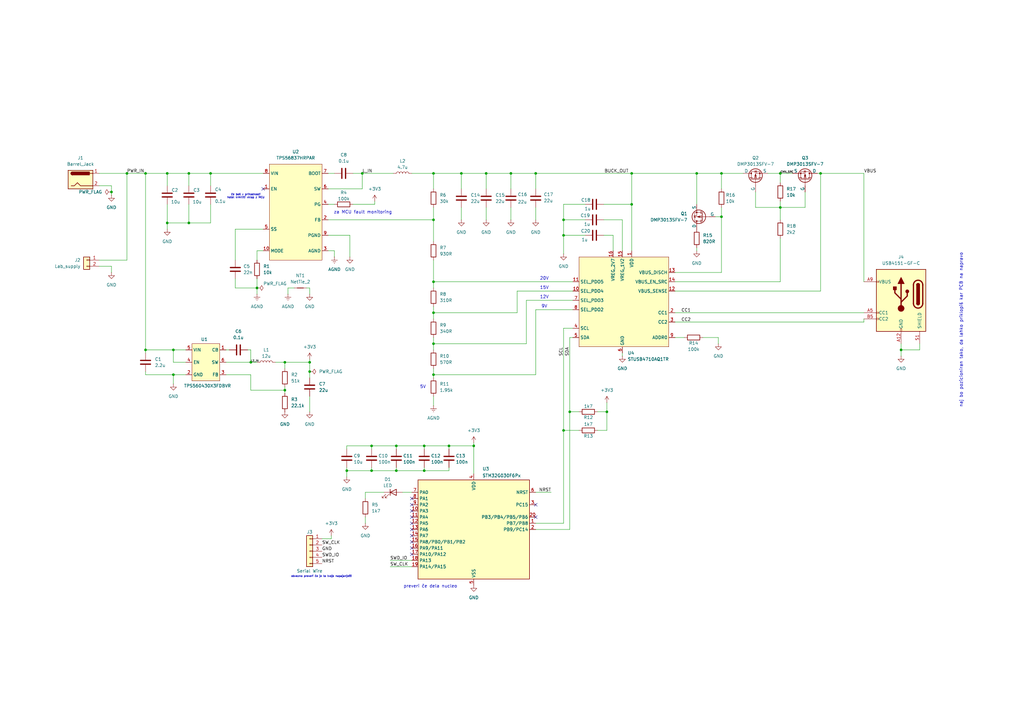
<source format=kicad_sch>
(kicad_sch (version 20250114) (generator "eeschema") (generator_version "9.0")
  (paper "A3")
  (lib_symbols
    (symbol "Connector:Barrel_Jack" (pin_names (offset 1.016))
      (property "Reference" "J" (at 0 5.334 0))
      (property "Value" "Barrel_Jack" (at 0 -5.08 0))
      (symbol "Barrel_Jack_1_1"
        (pin passive line (at 7.62 2.54 180) (length 2.54) (name "~") (number "1"))
        (pin passive line (at 7.62 -2.54 180) (length 2.54) (name "~") (number "2"))
      )
    )
    (symbol "Connector:USB_C_Receptacle_PowerOnly_6P" (pin_names (offset 1.016))
      (property "Reference" "J4" (at 0 17.78 0))
      (property "Value" "USB_C_Receptacle_PowerOnly_6P" (at 0 15.24 0))
      (symbol "USB_C_Receptacle_PowerOnly_6P_1_1"
        (pin passive line (at -7.62 -17.78 90) (length 5.08) (name "SHIELD") (number "S1"))
        (pin input line (at 0 -17.78 90) (length 5.08) (hide yes) (name "GND") (number "A1"))
        (pin passive line (at 0 -17.78 90) (length 5.08) (name "GND") (number "A12"))
        (pin input line (at 0 -17.78 90) (length 5.08) (hide yes) (name "GND") (number "B1"))
        (pin passive line (at 0 -17.78 90) (length 5.08) (hide yes) (name "GND") (number "B12"))
        (pin input line (at 15.24 7.62 180) (length 5.08) (hide yes) (name "VBUS") (number "A4"))
        (pin passive line (at 15.24 7.62 180) (length 5.08) (name "VBUS") (number "A9"))
        (pin input line (at 15.24 7.62 180) (length 5.08) (hide yes) (name "VBUS") (number "B4"))
        (pin passive line (at 15.24 7.62 180) (length 5.08) (hide yes) (name "VBUS") (number "B9"))
        (pin bidirectional line (at 15.24 -5.08 180) (length 5.08) (name "CC1") (number "A5"))
        (pin bidirectional line (at 15.24 -7.62 180) (length 5.08) (name "CC2") (number "B5"))
      )
    )
    (symbol "Connector_Generic:Conn_01x02" (pin_names (offset 1.016) (hide yes))
      (property "Reference" "J" (at 0 2.54 0))
      (property "Value" "Conn_01x02" (at 0 -5.08 0))
      (symbol "Conn_01x02_1_1"
        (pin passive line (at -5.08 0 0) (length 3.81) (name "Pin_1") (number "1"))
        (pin passive line (at -5.08 -2.54 0) (length 3.81) (name "Pin_2") (number "2"))
      )
    )
    (symbol "Connector_Generic:Conn_01x05" (pin_names (offset 1.016) (hide yes))
      (property "Reference" "J" (at 0 7.62 0))
      (property "Value" "Conn_01x05" (at 0 -7.62 0))
      (symbol "Conn_01x05_1_1"
        (pin passive line (at -5.08 5.08 0) (length 3.81) (name "Pin_1") (number "1"))
        (pin passive line (at -5.08 2.54 0) (length 3.81) (name "Pin_2") (number "2"))
        (pin passive line (at -5.08 0 0) (length 3.81) (name "Pin_3") (number "3"))
        (pin passive line (at -5.08 -2.54 0) (length 3.81) (name "Pin_4") (number "4"))
        (pin passive line (at -5.08 -5.08 0) (length 3.81) (name "Pin_5") (number "5"))
      )
    )
    (symbol "Device:C" (pin_numbers (hide yes)) (pin_names (offset 0.254))
      (property "Reference" "C" (at 0.635 2.54 0))
      (property "Value" "C" (at 0.635 -2.54 0))
      (symbol "C_1_1"
        (pin passive line (at 0 3.81 270) (length 2.794) (name "~") (number "1"))
        (pin passive line (at 0 -3.81 90) (length 2.794) (name "~") (number "2"))
      )
    )
    (symbol "Device:L" (pin_numbers (hide yes)) (pin_names (offset 1.016) (hide yes))
      (property "Reference" "L" (at -1.27 0 90))
      (property "Value" "L" (at 1.905 0 90))
      (symbol "L_1_1"
        (pin passive line (at 0 3.81 270) (length 1.27) (name "1") (number "1"))
        (pin passive line (at 0 -3.81 90) (length 1.27) (name "2") (number "2"))
      )
    )
    (symbol "Device:LED" (pin_numbers (hide yes)) (pin_names (offset 1.016) (hide yes))
      (property "Reference" "D" (at 0 2.54 0))
      (property "Value" "LED" (at 0 -2.54 0))
      (symbol "LED_1_1"
        (pin passive line (at -3.81 0 0) (length 2.54) (name "K") (number "1"))
        (pin passive line (at 3.81 0 180) (length 2.54) (name "A") (number "2"))
      )
    )
    (symbol "Device:NetTie_2" (pin_numbers (hide yes)) (pin_names (offset 0) (hide yes)) (in_bom no)
      (property "Reference" "NT" (at 0 1.27 0))
      (property "Value" "NetTie_2" (at 0 -1.27 0))
      (symbol "NetTie_2_1_1"
        (pin passive line (at -2.54 0 0) (length 2.54) (name "1") (number "1"))
        (pin passive line (at 2.54 0 180) (length 2.54) (name "2") (number "2"))
      )
    )
    (symbol "Device:R" (pin_numbers (hide yes)) (pin_names (offset 0))
      (property "Reference" "R" (at 2.032 0 90))
      (property "Value" "R" (at 0 0 90))
      (symbol "R_1_1"
        (pin passive line (at 0 3.81 270) (length 1.27) (name "~") (number "1"))
        (pin passive line (at 0 -3.81 90) (length 1.27) (name "~") (number "2"))
      )
    )
    (symbol "MCU_ST_STM32G0:STM32G030F6Px"
      (property "Reference" "U" (at -22.86 21.59 0))
      (property "Value" "STM32G030F6Px" (at 2.54 21.59 0))
      (symbol "STM32G030F6Px_1_1"
        (pin input line (at -25.4 15.24 0) (length 2.54) (name "NRST") (number "6"))
        (pin bidirectional line (at -25.4 10.16 0) (length 2.54) (name "PC15") (number "3"))
        (pin bidirectional line (at -25.4 5.08 0) (length 2.54) (name "PB3/PB4/PB5/PB6") (number "20"))
        (pin bidirectional line (at -25.4 2.54 0) (length 2.54) (name "PB7/PB8") (number "1"))
        (pin bidirectional line (at -25.4 0 0) (length 2.54) (name "PB9/PC14") (number "2"))
        (pin power_in line (at 0 22.86 270) (length 2.54) (name "VDD") (number "4"))
        (pin power_in line (at 0 -22.86 90) (length 2.54) (name "VSS") (number "5"))
        (pin bidirectional line (at 25.4 15.24 180) (length 2.54) (name "PA0") (number "7"))
        (pin bidirectional line (at 25.4 12.7 180) (length 2.54) (name "PA1") (number "8"))
        (pin bidirectional line (at 25.4 10.16 180) (length 2.54) (name "PA2") (number "9"))
        (pin bidirectional line (at 25.4 7.62 180) (length 2.54) (name "PA3") (number "10"))
        (pin bidirectional line (at 25.4 5.08 180) (length 2.54) (name "PA4") (number "11"))
        (pin bidirectional line (at 25.4 2.54 180) (length 2.54) (name "PA5") (number "12"))
        (pin bidirectional line (at 25.4 0 180) (length 2.54) (name "PA6") (number "13"))
        (pin bidirectional line (at 25.4 -2.54 180) (length 2.54) (name "PA7") (number "14"))
        (pin bidirectional line (at 25.4 -5.08 180) (length 2.54) (name "PA8/PB0/PB1/PB2") (number "15"))
        (pin bidirectional line (at 25.4 -7.62 180) (length 2.54) (name "PA9/PA11") (number "16"))
        (pin bidirectional line (at 25.4 -10.16 180) (length 2.54) (name "PA10/PA12") (number "17"))
        (pin bidirectional line (at 25.4 -12.7 180) (length 2.54) (name "PA13") (number "18"))
        (pin bidirectional line (at 25.4 -15.24 180) (length 2.54) (name "PA14/PA15") (number "19"))
      )
    )
    (symbol "PMOS_1" (pin_numbers (hide yes)) (pin_names (offset 0))
      (property "Reference" "Q1" (at 6.35 -1.2701 0))
      (property "Value" "DMP3013SFV-7" (at 6.35 1.2699 0))
      (symbol "PMOS_1_1_1"
        (pin input line (at -5.08 0 0) (length 2.54) (name "G") (number "4"))
        (pin passive line (at 2.54 5.08 270) (length 2.54) (name "D") (number "5"))
        (pin passive line (at 2.54 -5.08 90) (length 2.54) (hide yes) (name "S") (number "1"))
        (pin passive line (at 2.54 -5.08 90) (length 2.54) (hide yes) (name "S") (number "2"))
        (pin passive line (at 2.54 -5.08 90) (length 2.54) (name "S") (number "3"))
      )
    )
    (symbol "STUSB4710AQ1TR :STUSB4710AQ1TR_"
      (property "Reference" "U" (at 31.75 7.112 0))
      (property "Value" "STUSB4710AQ1TR" (at 0 0 0))
      (symbol "STUSB4710AQ1TR__0_0"
        (pin passive line (at -5.08 -5.08 0) (length 2.54) (name "SEL_PDO5") (number "11"))
        (pin passive line (at -5.08 -8.89 0) (length 2.54) (name "SEL_PDO4") (number "10"))
        (pin passive line (at -5.08 -12.7 0) (length 2.54) (name "SEL_PDO3") (number "7"))
        (pin passive line (at -5.08 -16.51 0) (length 2.54) (name "SEL_PDO2") (number "8"))
        (pin passive line (at -5.08 -24.13 0) (length 2.54) (name "SCL") (number "4"))
        (pin passive line (at -5.08 -27.94 0) (length 2.54) (name "SDA") (number "5"))
        (pin passive line (at 11.43 7.62 270) (length 2.54) (name "VREG_2V7") (number "16"))
        (pin passive line (at 15.24 7.62 270) (length 2.54) (name "VREG_1V2") (number "15"))
        (pin passive line (at 15.24 -34.29 90) (length 2.54) (name "GND") (number "6"))
        (pin passive line (at 19.05 7.62 270) (length 2.54) (name "VDD") (number "1"))
        (pin passive line (at 36.83 -1.27 180) (length 2.54) (name "VBUS_DISCH") (number "13"))
        (pin passive line (at 36.83 -5.08 180) (length 2.54) (name "VBUS_EN_SRC") (number "14"))
        (pin passive line (at 36.83 -8.89 180) (length 2.54) (name "VBUS_SENSE") (number "12"))
        (pin passive line (at 36.83 -17.78 180) (length 2.54) (name "CC1") (number "2"))
        (pin passive line (at 36.83 -21.59 180) (length 2.54) (name "CC2") (number "3"))
        (pin passive line (at 36.83 -27.94 180) (length 2.54) (name "ADDR0") (number "9"))
      )
    )
    (symbol "TPS56043:TPS560430X3FDBVR"
      (property "Reference" "U" (at 4.572 9.398 0))
      (property "Value" "TPS560430X3FDBVR" (at 1.27 -11.938 0))
      (symbol "TPS560430X3FDBVR_1_1"
        (pin passive line (at -7.62 5.08 0) (length 2.54) (name "VIN") (number "5"))
        (pin passive line (at -7.62 0 0) (length 2.54) (name "EN") (number "4"))
        (pin passive line (at -7.62 -5.08 0) (length 2.54) (name "GND") (number "2"))
        (pin passive line (at 8.89 5.08 180) (length 2.54) (name "CB") (number "1"))
        (pin passive line (at 8.89 0 180) (length 2.54) (name "SW") (number "6"))
        (pin passive line (at 8.89 -5.08 180) (length 2.54) (name "FB") (number "3"))
      )
    )
    (symbol "TPS56837RPAR:TPS56837RPAR"
      (property "Reference" "U" (at 7.62 2.032 0))
      (property "Value" "TPS56837RPAR" (at 3.048 -41.148 0))
      (symbol "TPS56837RPAR_0_0"
        (pin passive line (at -13.97 -3.81 0) (length 2.54) (name "VIN") (number "8"))
        (pin passive line (at -13.97 -10.16 0) (length 2.54) (name "EN") (number "1"))
        (pin passive line (at -13.97 -26.67 0) (length 2.54) (name "SS") (number "5"))
        (pin passive line (at -13.97 -35.56 0) (length 2.54) (name "MODE") (number "10"))
        (pin passive line (at 12.7 -3.81 180) (length 2.54) (name "BOOT") (number "7"))
        (pin passive line (at 12.7 -10.16 180) (length 2.54) (name "SW") (number "6"))
        (pin passive line (at 12.7 -16.51 180) (length 2.54) (name "PG") (number "4"))
        (pin passive line (at 12.7 -22.86 180) (length 2.54) (name "FB") (number "2"))
        (pin passive line (at 12.7 -29.21 180) (length 2.54) (name "PGND") (number "9"))
        (pin passive line (at 12.7 -35.56 180) (length 2.54) (name "AGND") (number "3"))
      )
    )
    (symbol "power:+3V3" (power) (pin_numbers (hide yes)) (pin_names (offset 0) (hide yes))
      (property "Value" "+3V3" (at 0 3.556 0))
      (symbol "+3V3_1_1"
        (pin power_in line (at 0 0 90) (length 0) (name "~") (number "1"))
      )
    )
    (symbol "power:Earth" (power) (pin_numbers (hide yes)) (pin_names (offset 0) (hide yes))
      (property "Value" "Earth" (at 0 -3.81 0))
      (symbol "Earth_1_1"
        (pin power_in line (at 0 0 270) (length 0) (name "~") (number "1"))
      )
    )
    (symbol "power:GND" (power) (pin_numbers (hide yes)) (pin_names (offset 0) (hide yes))
      (property "Value" "GND" (at 0 -3.81 0))
      (symbol "GND_1_1"
        (pin power_in line (at 0 0 270) (length 0) (name "~") (number "1"))
      )
    )
    (symbol "power:PWR_FLAG" (power) (pin_numbers (hide yes)) (pin_names (offset 0) (hide yes))
      (property "Value" "PWR_FLAG" (at 0 3.81 0))
      (symbol "PWR_FLAG_0_0"
        (pin power_out line (at 0 0 90) (length 0) (name "~") (number "1"))
      )
    )
  )
  (text "15V" (at 223.266 118.11 0) (effects (font (size 1.27 1.27))))
  (text "preveri če dela nucleo" (at 176.53 240.538 0) (effects (font (size 1.27 1.27))))
  (text "5V" (at 173.482 158.75 0) (effects (font (size 1.27 1.27))))
  (text "12V" (at 223.266 121.92 0) (effects (font (size 1.27 1.27))))
  (text "za MCU fault monitoring" (at 148.844 87.122 0) (effects (font (size 1.27 1.27))))
  (text "naj bo pozicioniran tako, da lahko priklopiš kar PCB na napravo\n" (at 394.208 135.382 90) (effects (font (size 1.27 1.27))))
  (text "20V" (at 223.266 114.3 0) (effects (font (size 1.27 1.27))))
  (text "če boš v prihodnosti\nhotel krmiliti vklop z MCU" (at 100.838 80.518 0) (effects (font (size 0.762 0.762))))
  (text "obvezno preveri če je to tvoje napajanje!!!\n" (at 131.826 236.474 0) (effects (font (size 0.762 0.762))))
  (text "9V" (at 223.266 125.73 0) (effects (font (size 1.27 1.27))))
  (junction (at 369.57 143.51))
  (junction (at 189.23 71.12))
  (junction (at 320.04 85.09))
  (junction (at 259.08 83.82))
  (junction (at 45.72 78.74))
  (junction (at 231.14 96.52))
  (junction (at 194.31 182.88))
  (junction (at 152.4 182.88))
  (junction (at 173.99 193.04))
  (junction (at 71.12 153.67))
  (junction (at 177.8 153.67))
  (junction (at 52.07 71.12))
  (junction (at 77.47 71.12))
  (junction (at 152.4 193.04))
  (junction (at 177.8 140.97))
  (junction (at 102.87 148.59))
  (junction (at 336.55 71.12))
  (junction (at 148.59 71.12))
  (junction (at 231.14 90.17))
  (junction (at 285.75 71.12))
  (junction (at 77.47 91.44))
  (junction (at 320.04 71.12))
  (junction (at 116.84 160.02))
  (junction (at 231.14 176.53))
  (junction (at 68.58 71.12))
  (junction (at 184.15 182.88))
  (junction (at 177.8 115.57))
  (junction (at 177.8 90.17))
  (junction (at 59.69 71.12))
  (junction (at 127 148.59))
  (junction (at 295.91 88.9))
  (junction (at 116.84 148.59))
  (junction (at 219.71 71.12))
  (junction (at 162.56 182.88))
  (junction (at 199.39 71.12))
  (junction (at 233.68 168.91))
  (junction (at 209.55 71.12))
  (junction (at 248.92 168.91))
  (junction (at 177.8 128.27))
  (junction (at 86.36 71.12))
  (junction (at 105.41 118.11))
  (junction (at 177.8 71.12))
  (junction (at 71.12 143.51))
  (junction (at 127 152.4))
  (junction (at 162.56 193.04))
  (junction (at 142.24 193.04))
  (junction (at 259.08 71.12))
  (junction (at 173.99 182.88))
  (junction (at 68.58 91.44))
  (junction (at 295.91 71.12))
  (junction (at 59.69 143.51))
  (no_connect (at 168.91 222.25))
  (no_connect (at 168.91 227.33))
  (no_connect (at 219.71 207.01))
  (no_connect (at 168.91 224.79))
  (no_connect (at 168.91 214.63))
  (no_connect (at 168.91 219.71))
  (no_connect (at 168.91 207.01))
  (no_connect (at 168.91 217.17))
  (no_connect (at 168.91 212.09))
  (no_connect (at 219.71 212.09))
  (no_connect (at 168.91 209.55))
  (no_connect (at 168.91 204.47))
  (no_connect (at 107.95 77.47))
  (wire (pts (xy 314.96 71.12) (xy 320.04 71.12)))
  (wire (pts (xy 255.27 90.17) (xy 255.27 102.87)))
  (wire (pts (xy 134.62 71.12) (xy 137.16 71.12)))
  (wire (pts (xy 152.4 191.77) (xy 152.4 193.04)))
  (wire (pts (xy 173.99 193.04) (xy 184.15 193.04)))
  (wire (pts (xy 152.4 182.88) (xy 162.56 182.88)))
  (wire (pts (xy 231.14 134.62) (xy 234.95 134.62)))
  (wire (pts (xy 247.65 96.52) (xy 251.46 96.52)))
  (wire (pts (xy 320.04 71.12) (xy 325.12 71.12)))
  (wire (pts (xy 247.65 83.82) (xy 259.08 83.82)))
  (wire (pts (xy 125.73 118.11) (xy 127 118.11)))
  (wire (pts (xy 234.95 127) (xy 219.71 127)))
  (wire (pts (xy 219.71 153.67) (xy 177.8 153.67)))
  (wire (pts (xy 173.99 191.77) (xy 173.99 193.04)))
  (wire (pts (xy 102.87 143.51) (xy 101.6 143.51)))
  (wire (pts (xy 231.14 83.82) (xy 231.14 90.17)))
  (wire (pts (xy 177.8 162.56) (xy 177.8 166.37)))
  (wire (pts (xy 127 118.11) (xy 127 120.65)))
  (wire (pts (xy 96.52 93.98) (xy 96.52 106.68)))
  (wire (pts (xy 148.59 77.47) (xy 148.59 71.12)))
  (wire (pts (xy 71.12 153.67) (xy 71.12 157.48)))
  (wire (pts (xy 116.84 151.13) (xy 116.84 148.59)))
  (wire (pts (xy 199.39 71.12) (xy 209.55 71.12)))
  (wire (pts (xy 336.55 71.12) (xy 335.28 71.12)))
  (wire (pts (xy 184.15 182.88) (xy 194.31 182.88)))
  (wire (pts (xy 320.04 85.09) (xy 330.2 85.09)))
  (wire (pts (xy 144.78 83.82) (xy 153.67 83.82)))
  (wire (pts (xy 354.33 130.81) (xy 354.33 132.08)))
  (wire (pts (xy 233.68 138.43) (xy 233.68 168.91)))
  (wire (pts (xy 144.78 71.12) (xy 148.59 71.12)))
  (wire (pts (xy 199.39 77.47) (xy 199.39 71.12)))
  (wire (pts (xy 113.03 148.59) (xy 116.84 148.59)))
  (wire (pts (xy 259.08 83.82) (xy 259.08 102.87)))
  (wire (pts (xy 209.55 90.17) (xy 209.55 85.09)))
  (wire (pts (xy 369.57 143.51) (xy 369.57 140.97)))
  (wire (pts (xy 59.69 153.67) (xy 59.69 152.4)))
  (wire (pts (xy 184.15 191.77) (xy 184.15 193.04)))
  (wire (pts (xy 118.11 120.65) (xy 118.11 118.11)))
  (wire (pts (xy 102.87 160.02) (xy 102.87 153.67)))
  (wire (pts (xy 59.69 71.12) (xy 59.69 143.51)))
  (wire (pts (xy 148.59 71.12) (xy 161.29 71.12)))
  (wire (pts (xy 294.64 140.97) (xy 294.64 138.43)))
  (wire (pts (xy 330.2 85.09) (xy 330.2 78.74)))
  (wire (pts (xy 276.86 115.57) (xy 320.04 115.57)))
  (wire (pts (xy 276.86 128.27) (xy 354.33 128.27)))
  (wire (pts (xy 52.07 106.68) (xy 52.07 71.12)))
  (wire (pts (xy 105.41 118.11) (xy 105.41 120.65)))
  (wire (pts (xy 45.72 78.74) (xy 45.72 76.2)))
  (wire (pts (xy 285.75 101.6) (xy 285.75 102.87)))
  (wire (pts (xy 134.62 102.87) (xy 137.16 102.87)))
  (wire (pts (xy 96.52 114.3) (xy 96.52 118.11)))
  (wire (pts (xy 137.16 102.87) (xy 137.16 105.41)))
  (wire (pts (xy 59.69 71.12) (xy 68.58 71.12)))
  (wire (pts (xy 93.98 143.51) (xy 92.71 143.51)))
  (wire (pts (xy 251.46 96.52) (xy 251.46 102.87)))
  (wire (pts (xy 102.87 160.02) (xy 116.84 160.02)))
  (wire (pts (xy 127 147.32) (xy 127 148.59)))
  (wire (pts (xy 76.2 143.51) (xy 71.12 143.51)))
  (wire (pts (xy 68.58 76.2) (xy 68.58 71.12)))
  (wire (pts (xy 142.24 184.15) (xy 142.24 182.88)))
  (wire (pts (xy 142.24 193.04) (xy 142.24 195.58)))
  (wire (pts (xy 177.8 140.97) (xy 177.8 143.51)))
  (wire (pts (xy 255.27 146.05) (xy 255.27 144.78)))
  (wire (pts (xy 369.57 146.05) (xy 369.57 143.51)))
  (wire (pts (xy 336.55 119.38) (xy 336.55 71.12)))
  (wire (pts (xy 184.15 184.15) (xy 184.15 182.88)))
  (wire (pts (xy 293.37 88.9) (xy 295.91 88.9)))
  (wire (pts (xy 68.58 91.44) (xy 77.47 91.44)))
  (wire (pts (xy 162.56 182.88) (xy 162.56 184.15)))
  (wire (pts (xy 231.14 176.53) (xy 237.49 176.53)))
  (wire (pts (xy 231.14 176.53) (xy 231.14 214.63)))
  (wire (pts (xy 116.84 158.75) (xy 116.84 160.02)))
  (wire (pts (xy 71.12 143.51) (xy 59.69 143.51)))
  (wire (pts (xy 189.23 71.12) (xy 189.23 77.47)))
  (wire (pts (xy 194.31 182.88) (xy 194.31 194.31)))
  (wire (pts (xy 177.8 90.17) (xy 177.8 99.06)))
  (wire (pts (xy 248.92 176.53) (xy 248.92 168.91)))
  (wire (pts (xy 40.64 106.68) (xy 52.07 106.68)))
  (wire (pts (xy 233.68 168.91) (xy 233.68 217.17)))
  (wire (pts (xy 199.39 90.17) (xy 199.39 85.09)))
  (wire (pts (xy 276.86 119.38) (xy 336.55 119.38)))
  (wire (pts (xy 142.24 193.04) (xy 152.4 193.04)))
  (wire (pts (xy 231.14 96.52) (xy 231.14 104.14)))
  (wire (pts (xy 219.71 71.12) (xy 259.08 71.12)))
  (wire (pts (xy 215.9 123.19) (xy 215.9 140.97)))
  (wire (pts (xy 219.71 71.12) (xy 219.71 77.47)))
  (wire (pts (xy 295.91 71.12) (xy 304.8 71.12)))
  (wire (pts (xy 135.89 219.71) (xy 135.89 220.98)))
  (wire (pts (xy 177.8 71.12) (xy 177.8 77.47)))
  (wire (pts (xy 102.87 143.51) (xy 102.87 148.59)))
  (wire (pts (xy 231.14 134.62) (xy 231.14 176.53)))
  (wire (pts (xy 59.69 153.67) (xy 71.12 153.67)))
  (wire (pts (xy 68.58 83.82) (xy 68.58 91.44)))
  (wire (pts (xy 377.19 140.97) (xy 377.19 143.51)))
  (wire (pts (xy 177.8 138.43) (xy 177.8 140.97)))
  (wire (pts (xy 142.24 182.88) (xy 152.4 182.88)))
  (wire (pts (xy 219.71 90.17) (xy 219.71 85.09)))
  (wire (pts (xy 177.8 128.27) (xy 177.8 130.81)))
  (wire (pts (xy 92.71 148.59) (xy 102.87 148.59)))
  (wire (pts (xy 45.72 80.01) (xy 45.72 78.74)))
  (wire (pts (xy 276.86 132.08) (xy 354.33 132.08)))
  (wire (pts (xy 377.19 143.51) (xy 369.57 143.51)))
  (wire (pts (xy 45.72 109.22) (xy 45.72 111.76)))
  (wire (pts (xy 259.08 71.12) (xy 259.08 83.82)))
  (wire (pts (xy 165.1 201.93) (xy 168.91 201.93)))
  (wire (pts (xy 295.91 85.09) (xy 295.91 88.9)))
  (wire (pts (xy 160.02 232.41) (xy 168.91 232.41)))
  (wire (pts (xy 212.09 119.38) (xy 212.09 128.27)))
  (wire (pts (xy 152.4 182.88) (xy 152.4 184.15)))
  (wire (pts (xy 142.24 191.77) (xy 142.24 193.04)))
  (wire (pts (xy 194.31 181.61) (xy 194.31 182.88)))
  (wire (pts (xy 354.33 115.57) (xy 354.33 71.12)))
  (wire (pts (xy 127 168.91) (xy 127 162.56)))
  (wire (pts (xy 76.2 148.59) (xy 71.12 148.59)))
  (wire (pts (xy 127 148.59) (xy 127 152.4)))
  (wire (pts (xy 285.75 71.12) (xy 295.91 71.12)))
  (wire (pts (xy 177.8 125.73) (xy 177.8 128.27)))
  (wire (pts (xy 233.68 217.17) (xy 219.71 217.17)))
  (wire (pts (xy 309.88 85.09) (xy 320.04 85.09)))
  (wire (pts (xy 149.86 212.09) (xy 149.86 214.63)))
  (wire (pts (xy 189.23 71.12) (xy 199.39 71.12)))
  (wire (pts (xy 240.03 96.52) (xy 231.14 96.52)))
  (wire (pts (xy 354.33 71.12) (xy 336.55 71.12)))
  (wire (pts (xy 233.68 168.91) (xy 237.49 168.91)))
  (wire (pts (xy 77.47 71.12) (xy 77.47 76.2)))
  (wire (pts (xy 320.04 115.57) (xy 320.04 97.79)))
  (wire (pts (xy 157.48 201.93) (xy 149.86 201.93)))
  (wire (pts (xy 116.84 160.02) (xy 116.84 161.29)))
  (wire (pts (xy 320.04 74.93) (xy 320.04 71.12)))
  (wire (pts (xy 105.41 102.87) (xy 107.95 102.87)))
  (wire (pts (xy 233.68 138.43) (xy 234.95 138.43)))
  (wire (pts (xy 294.64 138.43) (xy 288.29 138.43)))
  (wire (pts (xy 116.84 148.59) (xy 127 148.59)))
  (wire (pts (xy 295.91 111.76) (xy 276.86 111.76)))
  (wire (pts (xy 177.8 85.09) (xy 177.8 90.17)))
  (wire (pts (xy 68.58 71.12) (xy 77.47 71.12)))
  (wire (pts (xy 59.69 143.51) (xy 59.69 144.78)))
  (wire (pts (xy 86.36 71.12) (xy 107.95 71.12)))
  (wire (pts (xy 162.56 182.88) (xy 173.99 182.88)))
  (wire (pts (xy 162.56 191.77) (xy 162.56 193.04)))
  (wire (pts (xy 295.91 77.47) (xy 295.91 71.12)))
  (wire (pts (xy 285.75 71.12) (xy 259.08 71.12)))
  (wire (pts (xy 76.2 153.67) (xy 71.12 153.67)))
  (wire (pts (xy 189.23 71.12) (xy 177.8 71.12)))
  (wire (pts (xy 143.51 105.41) (xy 143.51 96.52)))
  (wire (pts (xy 77.47 91.44) (xy 86.36 91.44)))
  (wire (pts (xy 177.8 115.57) (xy 234.95 115.57)))
  (wire (pts (xy 231.14 214.63) (xy 219.71 214.63)))
  (wire (pts (xy 245.11 168.91) (xy 248.92 168.91)))
  (wire (pts (xy 234.95 119.38) (xy 212.09 119.38)))
  (wire (pts (xy 234.95 123.19) (xy 215.9 123.19)))
  (wire (pts (xy 209.55 71.12) (xy 219.71 71.12)))
  (wire (pts (xy 40.64 109.22) (xy 45.72 109.22)))
  (wire (pts (xy 309.88 78.74) (xy 309.88 85.09)))
  (wire (pts (xy 149.86 201.93) (xy 149.86 204.47)))
  (wire (pts (xy 160.02 229.87) (xy 168.91 229.87)))
  (wire (pts (xy 162.56 193.04) (xy 173.99 193.04)))
  (wire (pts (xy 105.41 114.3) (xy 105.41 118.11)))
  (wire (pts (xy 134.62 77.47) (xy 148.59 77.47)))
  (wire (pts (xy 77.47 71.12) (xy 86.36 71.12)))
  (wire (pts (xy 285.75 71.12) (xy 285.75 83.82)))
  (wire (pts (xy 135.89 220.98) (xy 132.08 220.98)))
  (wire (pts (xy 247.65 90.17) (xy 255.27 90.17)))
  (wire (pts (xy 77.47 83.82) (xy 77.47 91.44)))
  (wire (pts (xy 96.52 93.98) (xy 107.95 93.98)))
  (wire (pts (xy 153.67 82.55) (xy 153.67 83.82)))
  (wire (pts (xy 105.41 118.11) (xy 96.52 118.11)))
  (wire (pts (xy 134.62 83.82) (xy 137.16 83.82)))
  (wire (pts (xy 127 152.4) (xy 127 154.94)))
  (wire (pts (xy 102.87 153.67) (xy 92.71 153.67)))
  (wire (pts (xy 134.62 90.17) (xy 177.8 90.17)))
  (wire (pts (xy 45.72 76.2) (xy 40.64 76.2)))
  (wire (pts (xy 102.87 148.59) (xy 105.41 148.59)))
  (wire (pts (xy 248.92 165.1) (xy 248.92 168.91)))
  (wire (pts (xy 68.58 93.98) (xy 68.58 91.44)))
  (wire (pts (xy 295.91 88.9) (xy 295.91 111.76)))
  (wire (pts (xy 320.04 90.17) (xy 320.04 85.09)))
  (wire (pts (xy 177.8 115.57) (xy 177.8 118.11)))
  (wire (pts (xy 215.9 140.97) (xy 177.8 140.97)))
  (wire (pts (xy 173.99 182.88) (xy 184.15 182.88)))
  (wire (pts (xy 105.41 102.87) (xy 105.41 106.68)))
  (wire (pts (xy 52.07 71.12) (xy 59.69 71.12)))
  (wire (pts (xy 143.51 96.52) (xy 134.62 96.52)))
  (wire (pts (xy 209.55 71.12) (xy 209.55 77.47)))
  (wire (pts (xy 177.8 151.13) (xy 177.8 153.67)))
  (wire (pts (xy 168.91 71.12) (xy 177.8 71.12)))
  (wire (pts (xy 240.03 83.82) (xy 231.14 83.82)))
  (wire (pts (xy 212.09 128.27) (xy 177.8 128.27)))
  (wire (pts (xy 245.11 176.53) (xy 248.92 176.53)))
  (wire (pts (xy 231.14 90.17) (xy 231.14 96.52)))
  (wire (pts (xy 320.04 82.55) (xy 320.04 85.09)))
  (wire (pts (xy 118.11 118.11) (xy 120.65 118.11)))
  (wire (pts (xy 40.64 71.12) (xy 52.07 71.12)))
  (wire (pts (xy 280.67 138.43) (xy 276.86 138.43)))
  (wire (pts (xy 177.8 106.68) (xy 177.8 115.57)))
  (wire (pts (xy 177.8 153.67) (xy 177.8 154.94)))
  (wire (pts (xy 189.23 90.17) (xy 189.23 85.09)))
  (wire (pts (xy 231.14 90.17) (xy 240.03 90.17)))
  (wire (pts (xy 86.36 91.44) (xy 86.36 83.82)))
  (wire (pts (xy 71.12 148.59) (xy 71.12 143.51)))
  (wire (pts (xy 219.71 127) (xy 219.71 153.67)))
  (wire (pts (xy 152.4 193.04) (xy 162.56 193.04)))
  (wire (pts (xy 219.71 201.93) (xy 226.06 201.93)))
  (wire (pts (xy 173.99 182.88) (xy 173.99 184.15)))
  (wire (pts (xy 86.36 71.12) (xy 86.36 76.2)))
  (label "PWR_IN" (at 52.07 71.12 0))
  (label "L2_IN" (at 102.87 148.59 0) (effects (font (size 0.762 0.762))))
  (label "SCL" (at 231.14 146.05 90))
  (label "VBUS" (at 354.33 71.12 0))
  (label "BUCK_OUT" (at 257.81 71.12 180))
  (label "SWD_IO" (at 132.08 228.6 0))
  (label "NRST" (at 132.08 231.14 0))
  (label "SW_CLK" (at 160.02 232.41 0))
  (label "SWD_IO" (at 160.02 229.87 0))
  (label "GND" (at 132.08 226.06 0))
  (label "CC2" (at 279.4 132.08 0))
  (label "L_IN" (at 148.59 71.12 0))
  (label "NRST" (at 226.06 201.93 180))
  (label "SDA" (at 233.68 146.05 90))
  (label "CMN_SRC" (at 320.04 71.12 0) (effects (font (size 0.762 0.762))))
  (label "CC1" (at 279.4 128.27 0))
  (label "SW_CLK" (at 132.08 223.52 0))
  (symbol (lib_id "power:+3V3") (at 127 147.32 0) (unit 1)
    (property "Reference" "#PWR09" (effects (hide yes)))
    (property "Value" "+3V3" (at 127 142.24 0))
    (property "Description" "Power symbol creates a global label with name \"+3V3\"" (effects (hide yes)))
  )
  (symbol (lib_id "power:GND") (at 219.71 90.17 0) (unit 1)
    (property "Reference" "#PWR023" (effects (hide yes)))
    (property "Value" "GND" (at 219.71 95.25 0))
    (property "Description" "Power symbol creates a global label with name \"GND\" , ground" (effects (hide yes)))
  )
  (symbol (lib_id "TPS56837RPAR:TPS56837RPAR") (at 121.92 67.31 0) (unit 1)
    (property "Reference" "U2" (at 121.285 62.23 0))
    (property "Value" "TPS56837HRPAR" (at 121.285 64.77 0))
    (property "Footprint" "footprints:TPS56A37RPAR" (effects (hide yes)))
    (property "Datasheet" "https://www.ti.com/lit/ds/symlink/tps56837h.pdf?ts=1746769281785&ref_url=https%253A%252F%252Feu.mouser.com%252F" (effects (hide yes)))
    (property "Description" "595-TPS56837HRPAR" (effects (hide yes)))
  )
  (symbol (lib_id "power:GND") (at 45.72 80.01 0) (unit 1)
    (property "Reference" "#PWR01" (effects (hide yes)))
    (property "Value" "GND" (at 45.72 85.09 0))
    (property "Description" "Power symbol creates a global label with name \"GND\" , ground" (effects (hide yes)))
  )
  (symbol (lib_id "power:GND") (at 127 168.91 0) (unit 1)
    (property "Reference" "#PWR010" (effects (hide yes)))
    (property "Value" "GND" (at 127 173.99 0))
    (property "Description" "Power symbol creates a global label with name \"GND\" , ground" (effects (hide yes)))
  )
  (symbol (lib_id "Device:C") (at 199.39 81.28 180) (unit 1)
    (property "Reference" "C15" (at 203.2 80.0099 0) (effects (justify right)))
    (property "Value" "22u" (at 203.2 82.5499 0) (effects (justify right)))
    (property "Footprint" "Capacitor_SMD:C_0805_2012Metric_Pad1.18x1.45mm_HandSolder" (effects (hide yes)))
    (property "Description" "Unpolarized capacitor" (effects (hide yes)))
  )
  (symbol (lib_id "power:GND") (at 142.24 195.58 0) (unit 1)
    (property "Reference" "#PWR013" (effects (hide yes)))
    (property "Value" "GND" (at 142.24 200.66 0))
    (property "Description" "Power symbol creates a global label with name \"GND\" , ground" (effects (hide yes)))
  )
  (symbol (lib_id "Device:C") (at 59.69 148.59 0) (unit 1)
    (property "Reference" "C1" (at 63.5 147.3199 0) (effects (justify left)))
    (property "Value" "2.2u" (at 63.5 149.8599 0) (effects (justify left)))
    (property "Footprint" "Capacitor_SMD:C_0805_2012Metric_Pad1.18x1.45mm_HandSolder" (effects (hide yes)))
    (property "Description" "Unpolarized capacitor" (effects (hide yes)))
  )
  (symbol (lib_id "Connector_Generic:Conn_01x02") (at 35.56 106.68 0) (mirror y) (unit 1)
    (property "Reference" "J2" (at 33.02 106.6799 0) (effects (justify left)))
    (property "Value" "Lab_supply" (at 33.02 109.2199 0) (effects (justify left)))
    (property "Footprint" "Connector_Phoenix_MC:PhoenixContact_MC_1,5_2-G-3.5_1x02_P3.50mm_Horizontal" (effects (hide yes)))
    (property "Description" "Generic connector, single row, 01x02, script generated (kicad-library-utils/schlib/autogen/connector/)" (effects (hide yes)))
  )
  (symbol (lib_name "PMOS_1") (lib_id "Simulation_SPICE:PMOS") (at 330.2 73.66 270) (mirror x) (unit 1)
    (property "Reference" "Q3" (at 330.2 64.77 90))
    (property "Value" "DMP3013SFV-7" (at 330.2 67.31 90))
    (property "Footprint" "Package_SON:Diodes_PowerDI3333-8" (effects (hide yes)))
    (property "Datasheet" "https://eu.mouser.com/datasheet/2/115/DIOD_S_A0008513542_1-2543083.pdf" (effects (hide yes)))
    (property "Description" "621-DMP3013SFV-7" (effects (hide yes)))
    (property "Sim.Device" "PMOS" (effects (hide yes)))
    (property "Sim.Type" "VDMOS" (effects (hide yes)))
    (property "Sim.Pins" "1=D 2=G 3=S" (effects (hide yes)))
  )
  (symbol (lib_id "Device:NetTie_2") (at 123.19 118.11 0) (unit 1) (in_bom no)
    (property "Reference" "NT1" (at 123.19 113.03 0))
    (property "Value" "NetTie_2" (at 123.19 115.57 0))
    (property "Footprint" "NetTie:NetTie-2_SMD_Pad0.5mm" (effects (hide yes)))
    (property "Description" "Net tie, 2 pins" (effects (hide yes)))
  )
  (symbol (lib_id "power:Earth") (at 105.41 120.65 0) (unit 1)
    (property "Reference" "#PWR05" (effects (hide yes)))
    (property "Value" "AGND" (at 105.41 125.73 0))
    (property "Description" "Power symbol creates a global label with name \"Earth\"" (effects (hide yes)))
  )
  (symbol (lib_id "power:+3V3") (at 153.67 82.55 0) (unit 1)
    (property "Reference" "#PWR016" (effects (hide yes)))
    (property "Value" "+3V3" (at 153.67 77.47 0))
    (property "Description" "Power symbol creates a global label with name \"+3V3\"" (effects (hide yes)))
  )
  (symbol (lib_id "TPS56043:TPS560430X3FDBVR") (at 83.82 148.59 0) (unit 1)
    (property "Reference" "U1" (at 83.82 139.192 0))
    (property "Value" "TPS560430X3FDBVR" (at 85.09 158.242 0))
    (property "Footprint" "Package_TO_SOT_SMD:SOT-23-6" (effects (hide yes)))
    (property "Datasheet" "https://www.ti.com/lit/ds/symlink/tps560430.pdf?ts=1747035398395&ref_url=https%253A%252F%252Fwww.ti.com%252Fproduct%252FTPS560430" (effects (hide yes)))
    (property "Description" "595-TPS560430X3FDBVR" (effects (hide yes)))
  )
  (symbol (lib_id "power:+3V3") (at 248.92 165.1 0) (unit 1)
    (property "Reference" "#PWR025" (effects (hide yes)))
    (property "Value" "+3V3" (at 248.92 160.02 0))
    (property "Description" "Power symbol creates a global label with name \"+3V3\"" (effects (hide yes)))
  )
  (symbol (lib_id "Device:R") (at 177.8 121.92 0) (unit 1)
    (property "Reference" "R8" (at 180.34 120.6499 0) (effects (justify left)))
    (property "Value" "310R" (at 180.34 123.1899 0) (effects (justify left)))
    (property "Footprint" "Resistor_SMD:R_0805_2012Metric_Pad1.20x1.40mm_HandSolder" (effects (hide yes)))
    (property "Description" "Resistor" (effects (hide yes)))
  )
  (symbol (lib_id "Device:R") (at 320.04 93.98 0) (unit 1)
    (property "Reference" "R18" (at 322.58 92.7099 0) (effects (justify left)))
    (property "Value" "2k2" (at 322.58 95.2499 0) (effects (justify left)))
    (property "Footprint" "Resistor_SMD:R_0805_2012Metric_Pad1.20x1.40mm_HandSolder" (effects (hide yes)))
    (property "Description" "Resistor" (effects (hide yes)))
  )
  (symbol (lib_id "power:Earth") (at 177.8 166.37 0) (unit 1)
    (property "Reference" "#PWR017" (effects (hide yes)))
    (property "Value" "AGND" (at 177.8 171.45 0))
    (property "Description" "Power symbol creates a global label with name \"Earth\"" (effects (hide yes)))
  )
  (symbol (lib_id "Device:R") (at 149.86 208.28 0) (unit 1)
    (property "Reference" "R5" (at 152.4 207.0099 0) (effects (justify left)))
    (property "Value" "1k7" (at 152.4 209.5499 0) (effects (justify left)))
    (property "Footprint" "Resistor_SMD:R_0805_2012Metric_Pad1.20x1.40mm_HandSolder" (effects (hide yes)))
    (property "Description" "Resistor" (effects (hide yes)))
  )
  (symbol (lib_id "power:PWR_FLAG") (at 105.41 118.11 270) (unit 1)
    (property "Reference" "#FLG03" (effects (hide yes)))
    (property "Value" "PWR_FLAG" (at 107.95 116.332 90) (effects (justify left)))
    (property "Description" "Special symbol for telling ERC where power comes from" (effects (hide yes)))
  )
  (symbol (lib_id "Device:C") (at 127 158.75 180) (unit 1)
    (property "Reference" "C7" (at 130.81 157.4799 0) (effects (justify right)))
    (property "Value" "22u" (at 130.81 160.0199 0) (effects (justify right)))
    (property "Footprint" "Capacitor_SMD:C_0805_2012Metric_Pad1.18x1.45mm_HandSolder" (effects (hide yes)))
    (property "Description" "Unpolarized capacitor" (effects (hide yes)))
  )
  (symbol (lib_id "Device:C") (at 86.36 80.01 0) (unit 1)
    (property "Reference" "C4" (at 88.138 77.724 0) (effects (justify left)))
    (property "Value" "0.1u" (at 88.138 82.55 0) (effects (justify left)))
    (property "Footprint" "Capacitor_SMD:C_0805_2012Metric_Pad1.18x1.45mm_HandSolder" (effects (hide yes)))
    (property "Description" "Unpolarized capacitor" (effects (hide yes)))
  )
  (symbol (lib_id "power:GND") (at 149.86 214.63 0) (unit 1)
    (property "Reference" "#PWR015" (effects (hide yes)))
    (property "Value" "GND" (at 149.86 219.71 0))
    (property "Description" "Power symbol creates a global label with name \"GND\" , ground" (effects (hide yes)))
  )
  (symbol (lib_id "power:GND") (at 45.72 111.76 0) (unit 1)
    (property "Reference" "#PWR02" (effects (hide yes)))
    (property "Value" "GND" (at 45.72 116.84 0))
    (property "Description" "Power symbol creates a global label with name \"GND\" , ground" (effects (hide yes)))
  )
  (symbol (lib_id "Device:C") (at 184.15 187.96 0) (unit 1)
    (property "Reference" "C13" (at 186.944 186.944 0) (effects (justify left)))
    (property "Value" "100n" (at 186.944 189.484 0) (effects (justify left)))
    (property "Footprint" "Capacitor_SMD:C_0805_2012Metric_Pad1.18x1.45mm_HandSolder" (effects (hide yes)))
    (property "Description" "Unpolarized capacitor" (effects (hide yes)))
  )
  (symbol (lib_id "power:GND") (at 199.39 90.17 0) (unit 1)
    (property "Reference" "#PWR021" (effects (hide yes)))
    (property "Value" "GND" (at 199.39 95.25 0))
    (property "Description" "Power symbol creates a global label with name \"GND\" , ground" (effects (hide yes)))
  )
  (symbol (lib_id "Device:R") (at 284.48 138.43 90) (unit 1)
    (property "Reference" "R14" (at 284.48 140.716 90))
    (property "Value" "100k" (at 284.48 143.256 90))
    (property "Footprint" "Resistor_SMD:R_0805_2012Metric_Pad1.20x1.40mm_HandSolder" (effects (hide yes)))
    (property "Description" "Resistor" (effects (hide yes)))
  )
  (symbol (lib_id "power:GND") (at 231.14 104.14 0) (unit 1)
    (property "Reference" "#PWR024" (effects (hide yes)))
    (property "Value" "GND" (at 231.14 109.22 0))
    (property "Description" "Power symbol creates a global label with name \"GND\" , ground" (effects (hide yes)))
  )
  (symbol (lib_id "Device:C") (at 162.56 187.96 0) (unit 1)
    (property "Reference" "C11" (at 165.354 186.944 0) (effects (justify left)))
    (property "Value" "100n" (at 165.354 189.484 0) (effects (justify left)))
    (property "Footprint" "Capacitor_SMD:C_0805_2012Metric_Pad1.18x1.45mm_HandSolder" (effects (hide yes)))
    (property "Description" "Unpolarized capacitor" (effects (hide yes)))
  )
  (symbol (lib_id "power:GND") (at 194.31 240.03 0) (unit 1)
    (property "Reference" "#PWR020" (effects (hide yes)))
    (property "Value" "GND" (at 194.31 245.11 0))
    (property "Description" "Power symbol creates a global label with name \"GND\" , ground" (effects (hide yes)))
  )
  (symbol (lib_id "Device:C") (at 173.99 187.96 0) (unit 1)
    (property "Reference" "C12" (at 176.784 186.944 0) (effects (justify left)))
    (property "Value" "100n" (at 176.784 189.484 0) (effects (justify left)))
    (property "Footprint" "Capacitor_SMD:C_0805_2012Metric_Pad1.18x1.45mm_HandSolder" (effects (hide yes)))
    (property "Description" "Unpolarized capacitor" (effects (hide yes)))
  )
  (symbol (lib_id "power:Earth") (at 137.16 105.41 0) (unit 1)
    (property "Reference" "#PWR012" (effects (hide yes)))
    (property "Value" "AGND" (at 137.16 110.49 0))
    (property "Description" "Power symbol creates a global label with name \"Earth\"" (effects (hide yes)))
  )
  (symbol (lib_id "Device:C") (at 209.55 81.28 180) (unit 1)
    (property "Reference" "C16" (at 212.344 79.756 0) (effects (justify right)))
    (property "Value" "22u" (at 212.344 82.804 0) (effects (justify right)))
    (property "Footprint" "Capacitor_SMD:C_0805_2012Metric_Pad1.18x1.45mm_HandSolder" (effects (hide yes)))
    (property "Description" "Unpolarized capacitor" (effects (hide yes)))
  )
  (symbol (lib_id "Device:R") (at 140.97 83.82 90) (unit 1)
    (property "Reference" "R4" (at 140.97 78.994 90))
    (property "Value" "100k" (at 140.97 81.534 90))
    (property "Footprint" "Resistor_SMD:R_0805_2012Metric_Pad1.20x1.40mm_HandSolder" (effects (hide yes)))
    (property "Description" "Resistor" (effects (hide yes)))
  )
  (symbol (lib_id "power:GND") (at 68.58 93.98 0) (unit 1)
    (property "Reference" "#PWR03" (effects (hide yes)))
    (property "Value" "GND" (at 68.58 99.06 0))
    (property "Description" "Power symbol creates a global label with name \"GND\" , ground" (effects (hide yes)))
  )
  (symbol (lib_id "STUSB4710AQ1TR :STUSB4710AQ1TR_") (at 240.03 110.49 0) (unit 1)
    (property "Reference" "U4" (at 257.4133 144.78 0) (effects (justify left)))
    (property "Value" "STUSB4710AQ1TR" (at 257.4133 147.32 0) (effects (justify left)))
    (property "Footprint" "Package_DFN_QFN:QFN-16-1EP_3x3mm_P0.5mm_EP1.7x1.7mm" (effects (hide yes)))
    (property "Datasheet" "https://eu.mouser.com/datasheet/2/389/stusb4710-1852079.pdf" (effects (hide yes)))
    (property "Description" "511-STUSB4710AQ1TR" (effects (hide yes)))
  )
  (symbol (lib_id "power:GND") (at 189.23 90.17 0) (unit 1)
    (property "Reference" "#PWR018" (effects (hide yes)))
    (property "Value" "GND" (at 189.23 95.25 0))
    (property "Description" "Power symbol creates a global label with name \"GND\" , ground" (effects (hide yes)))
  )
  (symbol (lib_id "Device:C") (at 243.84 83.82 90) (unit 1)
    (property "Reference" "C18" (at 240.284 82.042 90))
    (property "Value" "1u" (at 241.046 85.598 90))
    (property "Footprint" "Capacitor_SMD:C_0805_2012Metric_Pad1.18x1.45mm_HandSolder" (effects (hide yes)))
    (property "Description" "Unpolarized capacitor" (effects (hide yes)))
  )
  (symbol (lib_id "power:GND") (at 369.57 146.05 0) (unit 1)
    (property "Reference" "#PWR029" (effects (hide yes)))
    (property "Value" "GND" (at 369.57 151.13 0))
    (property "Description" "Power symbol creates a global label with name \"GND\" , ground" (effects (hide yes)))
  )
  (symbol (lib_id "power:+3V3") (at 135.89 219.71 0) (unit 1)
    (property "Reference" "#PWR011" (effects (hide yes)))
    (property "Value" "+3V3" (at 135.89 214.63 0))
    (property "Description" "Power symbol creates a global label with name \"+3V3\"" (effects (hide yes)))
  )
  (symbol (lib_id "power:+3V3") (at 194.31 181.61 0) (unit 1)
    (property "Reference" "#PWR019" (effects (hide yes)))
    (property "Value" "+3V3" (at 194.31 176.53 0))
    (property "Description" "Power symbol creates a global label with name \"+3V3\"" (effects (hide yes)))
  )
  (symbol (lib_id "Device:C") (at 77.47 80.01 0) (unit 1)
    (property "Reference" "C3" (at 79.248 77.978 0) (effects (justify left)))
    (property "Value" "10u" (at 78.994 82.804 0) (effects (justify left)))
    (property "Footprint" "Capacitor_SMD:C_0805_2012Metric_Pad1.18x1.45mm_HandSolder" (effects (hide yes)))
    (property "Description" "Unpolarized capacitor" (effects (hide yes)))
  )
  (symbol (lib_id "power:PWR_FLAG") (at 45.72 78.74 90) (unit 1)
    (property "Reference" "#FLG01" (effects (hide yes)))
    (property "Value" "PWR_FLAG" (at 41.91 78.7399 90) (effects (justify left)))
    (property "Description" "Special symbol for telling ERC where power comes from" (effects (hide yes)))
  )
  (symbol (lib_id "Connector:USB_C_Receptacle_PowerOnly_6P") (at 369.57 123.19 0) (mirror y) (unit 1)
    (property "Reference" "J4" (at 369.57 105.41 0))
    (property "Value" "USB4151-GF-C" (at 369.57 107.95 0))
    (property "Footprint" "footprints:USB4151GFC" (effects (hide yes)))
    (property "Datasheet" "https://eu.mouser.com/datasheet/2/837/GCT_USB4151-3240033.pdf" (effects (hide yes)))
    (property "Description" "640-USB4151-GF-C" (effects (hide yes)))
  )
  (symbol (lib_id "Device:R") (at 105.41 110.49 0) (unit 1)
    (property "Reference" "R1" (at 107.95 109.2199 0) (effects (justify left)))
    (property "Value" "10k" (at 107.95 111.7599 0) (effects (justify left)))
    (property "Footprint" "Resistor_SMD:R_0805_2012Metric_Pad1.20x1.40mm_HandSolder" (effects (hide yes)))
    (property "Description" "Resistor" (effects (hide yes)))
  )
  (symbol (lib_name "PMOS_1") (lib_id "Simulation_SPICE:PMOS") (at 309.88 73.66 90) (unit 1)
    (property "Reference" "Q2" (at 309.88 64.77 90))
    (property "Value" "DMP3013SFV-7" (at 309.88 67.31 90))
    (property "Footprint" "Package_SON:Diodes_PowerDI3333-8" (effects (hide yes)))
    (property "Datasheet" "https://eu.mouser.com/datasheet/2/115/DIOD_S_A0008513542_1-2543083.pdf" (effects (hide yes)))
    (property "Description" "621-DMP3013SFV-7" (effects (hide yes)))
    (property "Sim.Device" "PMOS" (effects (hide yes)))
    (property "Sim.Type" "VDMOS" (effects (hide yes)))
    (property "Sim.Pins" "1=D 2=G 3=S" (effects (hide yes)))
  )
  (symbol (lib_id "power:GND") (at 285.75 102.87 0) (unit 1)
    (property "Reference" "#PWR027" (effects (hide yes)))
    (property "Value" "GND" (at 285.75 107.95 0))
    (property "Description" "Power symbol creates a global label with name \"GND\" , ground" (effects (hide yes)))
  )
  (symbol (lib_id "MCU_ST_STM32G0:STM32G030F6Px") (at 194.31 217.17 0) (mirror y) (unit 1)
    (property "Reference" "U3" (at 200.66 192.278 0) (effects (justify left)))
    (property "Value" "STM32G030F6Px" (at 213.614 195.072 0) (effects (justify left)))
    (property "Footprint" "Package_SO:TSSOP-20_4.4x6.5mm_P0.65mm" (effects (hide yes)))
    (property "Datasheet" "https://www.st.com/resource/en/datasheet/stm32g030f6.pdf" (effects (hide yes)))
    (property "Description" "STMicroelectronics Arm Cortex-M0+ MCU, 32KB flash, 8KB RAM, 64 MHz, 2.0-3.6V, 17 GPIO, TSSOP20" (effects (hide yes)))
  )
  (symbol (lib_id "Device:R") (at 177.8 147.32 0) (unit 1)
    (property "Reference" "R10" (at 180.34 146.0499 0) (effects (justify left)))
    (property "Value" "570R" (at 180.34 148.5899 0) (effects (justify left)))
    (property "Footprint" "Resistor_SMD:R_0805_2012Metric_Pad1.20x1.40mm_HandSolder" (effects (hide yes)))
    (property "Description" "Resistor" (effects (hide yes)))
  )
  (symbol (lib_id "Device:R") (at 241.3 176.53 90) (unit 1)
    (property "Reference" "R13" (at 241.3 178.816 90))
    (property "Value" "1k7" (at 241.3 173.99 90))
    (property "Footprint" "Resistor_SMD:R_0805_2012Metric_Pad1.20x1.40mm_HandSolder" (effects (hide yes)))
    (property "Description" "Resistor" (effects (hide yes)))
  )
  (symbol (lib_id "Device:L") (at 109.22 148.59 90) (unit 1)
    (property "Reference" "L1" (at 109.22 143.51 90))
    (property "Value" "12u" (at 109.22 146.05 90))
    (property "Footprint" "footprints:SRR0735A120M" (effects (hide yes)))
    (property "Datasheet" "https://eu.mouser.com/datasheet/2/54/SRR0735A-1391425.pdf" (effects (hide yes)))
    (property "Description" "652-SRR0735A-120M" (effects (hide yes)))
  )
  (symbol (lib_id "power:Earth") (at 118.11 120.65 0) (unit 1)
    (property "Reference" "#PWR07" (effects (hide yes)))
    (property "Value" "AGND" (at 118.11 125.73 0))
    (property "Description" "Power symbol creates a global label with name \"Earth\"" (effects (hide yes)))
  )
  (symbol (lib_name "PMOS_1") (lib_id "Simulation_SPICE:PMOS") (at 288.29 88.9 180) (unit 1)
    (property "Reference" "Q1" (at 281.94 87.6299 0) (effects (justify left)))
    (property "Value" "DMP3013SFV-7" (at 281.94 90.1699 0) (effects (justify left)))
    (property "Footprint" "Package_SON:Diodes_PowerDI3333-8" (effects (hide yes)))
    (property "Datasheet" "https://eu.mouser.com/datasheet/2/115/DIOD_S_A0008513542_1-2543083.pdf" (effects (hide yes)))
    (property "Description" "621-DMP3013SFV-7" (effects (hide yes)))
    (property "Sim.Device" "PMOS" (effects (hide yes)))
    (property "Sim.Type" "VDMOS" (effects (hide yes)))
    (property "Sim.Pins" "1=D 2=G 3=S" (effects (hide yes)))
  )
  (symbol (lib_id "Device:C") (at 96.52 110.49 0) (unit 1)
    (property "Reference" "C5" (at 99.822 109.22 0) (effects (justify left)))
    (property "Value" "22n" (at 99.822 111.76 0) (effects (justify left)))
    (property "Footprint" "Capacitor_SMD:C_0805_2012Metric_Pad1.18x1.45mm_HandSolder" (effects (hide yes)))
    (property "Description" "Unpolarized capacitor" (effects (hide yes)))
  )
  (symbol (lib_id "Device:R") (at 177.8 102.87 0) (unit 1)
    (property "Reference" "R7" (at 180.34 101.5999 0) (effects (justify left)))
    (property "Value" "930R" (at 180.34 104.1399 0) (effects (justify left)))
    (property "Footprint" "Resistor_SMD:R_0805_2012Metric_Pad1.20x1.40mm_HandSolder" (effects (hide yes)))
    (property "Description" "Resistor" (effects (hide yes)))
  )
  (symbol (lib_id "power:GND") (at 127 120.65 0) (unit 1)
    (property "Reference" "#PWR08" (effects (hide yes)))
    (property "Value" "GND" (at 127 125.73 0))
    (property "Description" "Power symbol creates a global label with name \"GND\" , ground" (effects (hide yes)))
  )
  (symbol (lib_id "Device:C") (at 219.71 81.28 180) (unit 1)
    (property "Reference" "C17" (at 223.012 79.756 0) (effects (justify right)))
    (property "Value" "22u" (at 223.012 82.296 0) (effects (justify right)))
    (property "Footprint" "Capacitor_SMD:C_0805_2012Metric_Pad1.18x1.45mm_HandSolder" (effects (hide yes)))
    (property "Description" "Unpolarized capacitor" (effects (hide yes)))
  )
  (symbol (lib_id "Device:R") (at 116.84 154.94 0) (unit 1)
    (property "Reference" "R2" (at 119.38 153.6699 0) (effects (justify left)))
    (property "Value" "51k" (at 119.38 156.2099 0) (effects (justify left)))
    (property "Footprint" "Resistor_SMD:R_0805_2012Metric_Pad1.20x1.40mm_HandSolder" (effects (hide yes)))
    (property "Description" "Resistor" (effects (hide yes)))
  )
  (symbol (lib_id "Device:L") (at 165.1 71.12 90) (unit 1)
    (property "Reference" "L2" (at 165.1 66.04 90))
    (property "Value" "4.7u" (at 165.1 68.58 90))
    (property "Footprint" "footprints:INDPM112100X400N" (effects (hide yes)))
    (property "Datasheet" "https://eu.mouser.com/datasheet/2/210/WLPMA0A040LC_Series-1670480.pdf" (effects (hide yes)))
    (property "Description" "791-WLPMA0A040M4R7LC" (effects (hide yes)))
  )
  (symbol (lib_id "Device:C") (at 243.84 96.52 90) (unit 1)
    (property "Reference" "C20" (at 238.252 94.742 90) (effects (justify right)))
    (property "Value" "1u" (at 238.506 98.298 90) (effects (justify right)))
    (property "Footprint" "Capacitor_SMD:C_0805_2012Metric_Pad1.18x1.45mm_HandSolder" (effects (hide yes)))
    (property "Description" "Unpolarized capacitor" (effects (hide yes)))
  )
  (symbol (lib_id "power:GND") (at 71.12 157.48 0) (unit 1)
    (property "Reference" "#PWR04" (effects (hide yes)))
    (property "Value" "GND" (at 71.12 162.56 0))
    (property "Description" "Power symbol creates a global label with name \"GND\" , ground" (effects (hide yes)))
  )
  (symbol (lib_id "Device:C") (at 189.23 81.28 180) (unit 1)
    (property "Reference" "C14" (at 193.04 80.0099 0) (effects (justify right)))
    (property "Value" "22u" (at 193.04 82.5499 0) (effects (justify right)))
    (property "Footprint" "Capacitor_SMD:C_0805_2012Metric_Pad1.18x1.45mm_HandSolder" (effects (hide yes)))
    (property "Description" "Unpolarized capacitor" (effects (hide yes)))
  )
  (symbol (lib_id "Device:R") (at 295.91 81.28 0) (unit 1)
    (property "Reference" "R16" (at 297.688 80.01 0) (effects (justify left)))
    (property "Value" "10k" (at 297.688 82.55 0) (effects (justify left)))
    (property "Footprint" "Resistor_SMD:R_0805_2012Metric_Pad1.20x1.40mm_HandSolder" (effects (hide yes)))
    (property "Description" "Resistor" (effects (hide yes)))
  )
  (symbol (lib_id "Device:C") (at 97.79 143.51 90) (unit 1)
    (property "Reference" "C6" (at 97.79 135.89 90))
    (property "Value" "0.1u" (at 97.79 138.43 90))
    (property "Footprint" "Capacitor_SMD:C_0805_2012Metric_Pad1.18x1.45mm_HandSolder" (effects (hide yes)))
    (property "Description" "Unpolarized capacitor" (effects (hide yes)))
  )
  (symbol (lib_id "power:GND") (at 116.84 168.91 0) (unit 1)
    (property "Reference" "#PWR06" (effects (hide yes)))
    (property "Value" "GND" (at 116.84 173.99 0))
    (property "Description" "Power symbol creates a global label with name \"GND\" , ground" (effects (hide yes)))
  )
  (symbol (lib_id "Device:C") (at 68.58 80.01 0) (unit 1)
    (property "Reference" "C2" (at 70.358 77.978 0) (effects (justify left)))
    (property "Value" "10u" (at 70.104 82.804 0) (effects (justify left)))
    (property "Footprint" "Capacitor_SMD:C_0805_2012Metric_Pad1.18x1.45mm_HandSolder" (effects (hide yes)))
    (property "Description" "Unpolarized capacitor" (effects (hide yes)))
  )
  (symbol (lib_id "Device:R") (at 177.8 81.28 0) (unit 1)
    (property "Reference" "R6" (at 180.34 80.0099 0) (effects (justify left)))
    (property "Value" "30k" (at 180.34 82.5499 0) (effects (justify left)))
    (property "Footprint" "Resistor_SMD:R_0805_2012Metric_Pad1.20x1.40mm_HandSolder" (effects (hide yes)))
    (property "Description" "Resistor" (effects (hide yes)))
  )
  (symbol (lib_id "Device:C") (at 243.84 90.17 90) (unit 1)
    (property "Reference" "C19" (at 240.03 88.392 90))
    (property "Value" "1u" (at 240.792 91.948 90))
    (property "Footprint" "Capacitor_SMD:C_0805_2012Metric_Pad1.18x1.45mm_HandSolder" (effects (hide yes)))
    (property "Description" "Unpolarized capacitor" (effects (hide yes)))
  )
  (symbol (lib_id "Connector:Barrel_Jack") (at 33.02 73.66 0) (unit 1)
    (property "Reference" "J1" (at 33.02 64.77 0))
    (property "Value" "Barrel_Jack" (at 33.02 67.31 0))
    (property "Footprint" "footprints:PJ106AHTR" (effects (hide yes)))
    (property "Description" "DC Barrel Jack" (effects (hide yes)))
  )
  (symbol (lib_id "power:GND") (at 294.64 140.97 0) (unit 1)
    (property "Reference" "#PWR028" (effects (hide yes)))
    (property "Value" "GND" (at 294.64 146.05 0))
    (property "Description" "Power symbol creates a global label with name \"GND\" , ground" (effects (hide yes)))
  )
  (symbol (lib_id "Device:R") (at 116.84 165.1 0) (unit 1)
    (property "Reference" "R3" (at 119.38 163.8299 0) (effects (justify left)))
    (property "Value" "22.1k" (at 119.38 166.3699 0) (effects (justify left)))
    (property "Footprint" "Resistor_SMD:R_0805_2012Metric_Pad1.20x1.40mm_HandSolder" (effects (hide yes)))
    (property "Description" "Resistor" (effects (hide yes)))
  )
  (symbol (lib_id "Device:LED") (at 161.29 201.93 0) (unit 1)
    (property "Reference" "D1" (at 159.004 196.596 0))
    (property "Value" "LED" (at 159.004 199.136 0))
    (property "Footprint" "LED_SMD:LED_0805_2012Metric" (effects (hide yes)))
    (property "Description" "Light emitting diode" (effects (hide yes)))
    (property "Sim.Pins" "1=K 2=A" (effects (hide yes)))
  )
  (symbol (lib_id "power:GND") (at 143.51 105.41 0) (unit 1)
    (property "Reference" "#PWR014" (effects (hide yes)))
    (property "Value" "GND" (at 143.51 110.49 0))
    (property "Description" "Power symbol creates a global label with name \"GND\" , ground" (effects (hide yes)))
  )
  (symbol (lib_id "Device:R") (at 177.8 158.75 0) (unit 1)
    (property "Reference" "R11" (at 180.34 157.4799 0) (effects (justify left)))
    (property "Value" "1.95k" (at 180.34 160.0199 0) (effects (justify left)))
    (property "Footprint" "Resistor_SMD:R_0805_2012Metric_Pad1.20x1.40mm_HandSolder" (effects (hide yes)))
    (property "Description" "Resistor" (effects (hide yes)))
  )
  (symbol (lib_id "Device:R") (at 285.75 97.79 0) (unit 1)
    (property "Reference" "R15" (at 288.29 96.5199 0) (effects (justify left)))
    (property "Value" "820R" (at 288.29 99.0599 0) (effects (justify left)))
    (property "Footprint" "Resistor_SMD:R_0805_2012Metric_Pad1.20x1.40mm_HandSolder" (effects (hide yes)))
    (property "Description" "Resistor" (effects (hide yes)))
  )
  (symbol (lib_id "Device:R") (at 241.3 168.91 90) (unit 1)
    (property "Reference" "R12" (at 241.3 171.196 90))
    (property "Value" "1k7" (at 241.3 166.624 90))
    (property "Footprint" "Resistor_SMD:R_0805_2012Metric_Pad1.20x1.40mm_HandSolder" (effects (hide yes)))
    (property "Description" "Resistor" (effects (hide yes)))
  )
  (symbol (lib_id "power:GND") (at 255.27 146.05 0) (unit 1)
    (property "Reference" "#PWR026" (effects (hide yes)))
    (property "Value" "GND" (at 255.27 151.13 0))
    (property "Description" "Power symbol creates a global label with name \"GND\" , ground" (effects (hide yes)))
  )
  (symbol (lib_id "Device:R") (at 177.8 134.62 0) (unit 1)
    (property "Reference" "R9" (at 180.34 133.3499 0) (effects (justify left)))
    (property "Value" "340R" (at 180.34 135.8899 0) (effects (justify left)))
    (property "Footprint" "Resistor_SMD:R_0805_2012Metric_Pad1.20x1.40mm_HandSolder" (effects (hide yes)))
    (property "Description" "Resistor" (effects (hide yes)))
  )
  (symbol (lib_id "Connector_Generic:Conn_01x05") (at 127 226.06 0) (mirror y) (unit 1)
    (property "Reference" "J3" (at 127 218.186 0))
    (property "Value" "Serial Wire" (at 127 234.188 0))
    (property "Footprint" "Connector_PinHeader_2.54mm:PinHeader_1x05_P2.54mm_Vertical" (effects (hide yes)))
    (property "Description" "Generic connector, single row, 01x05, script generated (kicad-library-utils/schlib/autogen/connector/)" (effects (hide yes)))
  )
  (symbol (lib_id "power:GND") (at 209.55 90.17 0) (unit 1)
    (property "Reference" "#PWR022" (effects (hide yes)))
    (property "Value" "GND" (at 209.55 95.25 0))
    (property "Description" "Power symbol creates a global label with name \"GND\" , ground" (effects (hide yes)))
  )
  (symbol (lib_id "Device:C") (at 152.4 187.96 0) (unit 1)
    (property "Reference" "C10" (at 155.194 186.944 0) (effects (justify left)))
    (property "Value" "100n" (at 155.194 189.484 0) (effects (justify left)))
    (property "Footprint" "Capacitor_SMD:C_0805_2012Metric_Pad1.18x1.45mm_HandSolder" (effects (hide yes)))
    (property "Description" "Unpolarized capacitor" (effects (hide yes)))
  )
  (symbol (lib_id "Device:C") (at 142.24 187.96 0) (unit 1)
    (property "Reference" "C9" (at 145.034 186.944 0) (effects (justify left)))
    (property "Value" "10u" (at 145.034 189.484 0) (effects (justify left)))
    (property "Footprint" "Capacitor_SMD:C_0805_2012Metric_Pad1.18x1.45mm_HandSolder" (effects (hide yes)))
    (property "Description" "Unpolarized capacitor" (effects (hide yes)))
  )
  (symbol (lib_id "Device:C") (at 140.97 71.12 270) (unit 1)
    (property "Reference" "C8" (at 140.97 63.5 90))
    (property "Value" "0.1u" (at 140.97 66.04 90))
    (property "Footprint" "Capacitor_SMD:C_0805_2012Metric_Pad1.18x1.45mm_HandSolder" (effects (hide yes)))
    (property "Description" "Unpolarized capacitor" (effects (hide yes)))
  )
  (symbol (lib_id "Device:R") (at 320.04 78.74 0) (unit 1)
    (property "Reference" "R17" (at 322.58 77.4699 0) (effects (justify left)))
    (property "Value" "10k" (at 322.58 80.0099 0) (effects (justify left)))
    (property "Footprint" "Resistor_SMD:R_0805_2012Metric_Pad1.20x1.40mm_HandSolder" (effects (hide yes)))
    (property "Description" "Resistor" (effects (hide yes)))
  )
  (symbol (lib_id "power:PWR_FLAG") (at 127 152.4 270) (unit 1)
    (property "Reference" "#FLG02" (effects (hide yes)))
    (property "Value" "PWR_FLAG" (at 130.81 152.3999 90) (effects (justify left)))
    (property "Description" "Special symbol for telling ERC where power comes from" (effects (hide yes)))
  )
)
</source>
